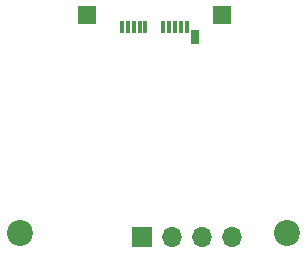
<source format=gbr>
%TF.GenerationSoftware,KiCad,Pcbnew,7.0.6*%
%TF.CreationDate,2023-08-15T22:29:45+09:00*%
%TF.ProjectId,CAN,43414e2e-6b69-4636-9164-5f7063625858,X1*%
%TF.SameCoordinates,Original*%
%TF.FileFunction,Soldermask,Bot*%
%TF.FilePolarity,Negative*%
%FSLAX46Y46*%
G04 Gerber Fmt 4.6, Leading zero omitted, Abs format (unit mm)*
G04 Created by KiCad (PCBNEW 7.0.6) date 2023-08-15 22:29:45*
%MOMM*%
%LPD*%
G01*
G04 APERTURE LIST*
%ADD10R,0.380000X1.000000*%
%ADD11R,0.700000X1.150000*%
%ADD12C,2.200000*%
%ADD13R,1.700000X1.700000*%
%ADD14O,1.700000X1.700000*%
%ADD15R,1.500000X1.500000*%
G04 APERTURE END LIST*
D10*
%TO.C,P1*%
X77980000Y-88414000D03*
X77480000Y-88414000D03*
X76980000Y-88414000D03*
X76480000Y-88414000D03*
X75980000Y-88414000D03*
X74480000Y-88414000D03*
X73980000Y-88414000D03*
X73480000Y-88414000D03*
X72980000Y-88414000D03*
X72480000Y-88414000D03*
D11*
X78650000Y-89254000D03*
%TD*%
D12*
%TO.C,H1*%
X63884000Y-105832000D03*
%TD*%
D13*
%TO.C,J1*%
X74150000Y-106200000D03*
D14*
X76690000Y-106200000D03*
X79230000Y-106200000D03*
X81770000Y-106200000D03*
%TD*%
D12*
%TO.C,H2*%
X86484000Y-105832000D03*
%TD*%
D15*
%TO.C,TP2*%
X69530000Y-87374000D03*
%TD*%
%TO.C,TP4*%
X80930000Y-87374000D03*
%TD*%
M02*

</source>
